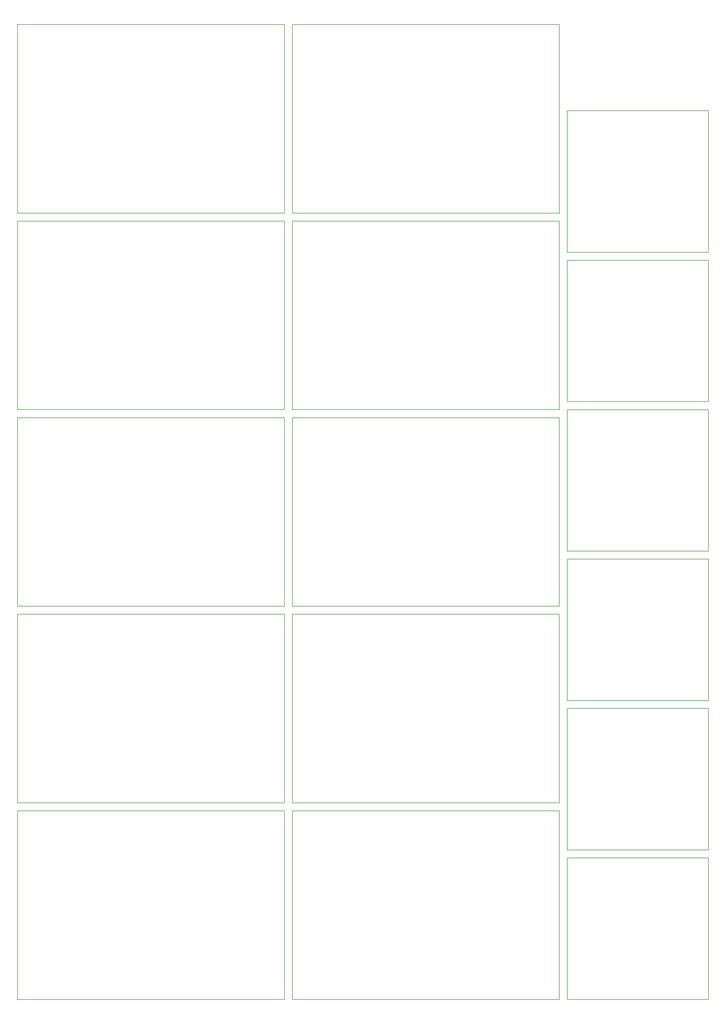
<source format=gbr>
G75*
G70*
%OFA0B0*%
%FSLAX25Y25*%
%IPPOS*%
%LPD*%
%AMOC8*
5,1,8,0,0,1.08239X$1,22.5*
%
%ADD19C,0.00550*%
X0000000Y0000000D02*
G75*
G01*
%LPD*%
X0000000Y0236220D02*
D19*
X0334650Y0236220D01*
X0334650Y0000000D01*
X0000000Y0000000D01*
X0000000Y0236220D01*
X0000000Y0246200D02*
G75*
G01*
%LPD*%
X0000000Y0482420D02*
D19*
X0334650Y0482420D01*
X0334650Y0246200D01*
X0000000Y0246200D01*
X0000000Y0482420D01*
X0344700Y0000000D02*
G75*
G01*
%LPD*%
X0344700Y0236220D02*
D19*
X0679350Y0236220D01*
X0679350Y0000000D01*
X0344700Y0000000D01*
X0344700Y0236220D01*
X0689300Y0000000D02*
G75*
G01*
%LPD*%
X0689300Y0177170D02*
D19*
X0866470Y0177170D01*
X0866470Y0000000D01*
X0689300Y0000000D01*
X0689300Y0177170D01*
X0000000Y0492400D02*
G75*
G01*
%LPD*%
X0000000Y0728620D02*
D19*
X0334650Y0728620D01*
X0334650Y0492400D01*
X0000000Y0492400D01*
X0000000Y0728620D01*
X0344700Y0246200D02*
G75*
G01*
%LPD*%
X0344700Y0482420D02*
D19*
X0679350Y0482420D01*
X0679350Y0246200D01*
X0344700Y0246200D01*
X0344700Y0482420D01*
X0000000Y0738700D02*
G75*
G01*
%LPD*%
X0000000Y0974920D02*
D19*
X0334650Y0974920D01*
X0334650Y0738700D01*
X0000000Y0738700D01*
X0000000Y0974920D01*
X0344700Y0492400D02*
G75*
G01*
%LPD*%
X0344700Y0728620D02*
D19*
X0679350Y0728620D01*
X0679350Y0492400D01*
X0344700Y0492400D01*
X0344700Y0728620D01*
X0689300Y0187200D02*
G75*
G01*
%LPD*%
X0689300Y0364370D02*
D19*
X0866470Y0364370D01*
X0866470Y0187200D01*
X0689300Y0187200D01*
X0689300Y0364370D01*
X0344700Y0738700D02*
G75*
G01*
%LPD*%
X0344700Y0974920D02*
D19*
X0679350Y0974920D01*
X0679350Y0738700D01*
X0344700Y0738700D01*
X0344700Y0974920D01*
X0689300Y0374300D02*
G75*
G01*
%LPD*%
X0689300Y0551470D02*
D19*
X0866470Y0551470D01*
X0866470Y0374300D01*
X0689300Y0374300D01*
X0689300Y0551470D01*
X0689300Y0561500D02*
G75*
G01*
%LPD*%
X0689300Y0738670D02*
D19*
X0866470Y0738670D01*
X0866470Y0561500D01*
X0689300Y0561500D01*
X0689300Y0738670D01*
X0000000Y0984900D02*
G75*
G01*
%LPD*%
X0000000Y1221120D02*
D19*
X0334650Y1221120D01*
X0334650Y0984900D01*
X0000000Y0984900D01*
X0000000Y1221120D01*
X0344700Y0984900D02*
G75*
G01*
%LPD*%
X0344700Y1221120D02*
D19*
X0679350Y1221120D01*
X0679350Y0984900D01*
X0344700Y0984900D01*
X0344700Y1221120D01*
X0689300Y0748700D02*
G75*
G01*
%LPD*%
X0689300Y0925870D02*
D19*
X0866470Y0925870D01*
X0866470Y0748700D01*
X0689300Y0748700D01*
X0689300Y0925870D01*
X0689300Y0935900D02*
G75*
G01*
%LPD*%
X0689300Y1113070D02*
D19*
X0866470Y1113070D01*
X0866470Y0935900D01*
X0689300Y0935900D01*
X0689300Y1113070D01*
M02*

</source>
